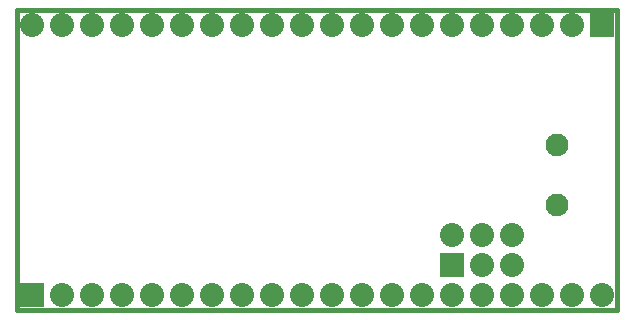
<source format=gbs>
G04 (created by PCBNEW (2013-07-07 BZR 4022)-stable) date 21.08.2014 16:08:41*
%MOIN*%
G04 Gerber Fmt 3.4, Leading zero omitted, Abs format*
%FSLAX34Y34*%
G01*
G70*
G90*
G04 APERTURE LIST*
%ADD10C,0.00590551*%
%ADD11C,0.015*%
%ADD12R,0.08X0.08*%
%ADD13C,0.08*%
%ADD14C,0.076*%
G04 APERTURE END LIST*
G54D10*
G54D11*
X14000Y-19500D02*
X34000Y-19500D01*
X14000Y-29500D02*
X14000Y-19500D01*
X34000Y-29500D02*
X14000Y-29500D01*
X34000Y-19500D02*
X34000Y-29500D01*
G54D12*
X28500Y-28000D03*
G54D13*
X28500Y-27000D03*
X29500Y-28000D03*
X29500Y-27000D03*
X30500Y-28000D03*
X30500Y-27000D03*
G54D12*
X33500Y-20000D03*
G54D13*
X28500Y-20000D03*
X27500Y-20000D03*
X26500Y-20000D03*
X25500Y-20000D03*
X24500Y-20000D03*
X23500Y-20000D03*
X22500Y-20000D03*
X21500Y-20000D03*
X20500Y-20000D03*
X19500Y-20000D03*
X18500Y-20000D03*
X17500Y-20000D03*
X16500Y-20000D03*
X15500Y-20000D03*
X32500Y-20000D03*
X31500Y-20000D03*
X30500Y-20000D03*
X29500Y-20000D03*
X14500Y-20000D03*
G54D12*
X14500Y-29000D03*
G54D13*
X19500Y-29000D03*
X20500Y-29000D03*
X21500Y-29000D03*
X22500Y-29000D03*
X23500Y-29000D03*
X24500Y-29000D03*
X25500Y-29000D03*
X26500Y-29000D03*
X27500Y-29000D03*
X28500Y-29000D03*
X29500Y-29000D03*
X30500Y-29000D03*
X31500Y-29000D03*
X32500Y-29000D03*
X15500Y-29000D03*
X16500Y-29000D03*
X17500Y-29000D03*
X18500Y-29000D03*
X33500Y-29000D03*
G54D14*
X32000Y-24000D03*
X32000Y-26000D03*
M02*

</source>
